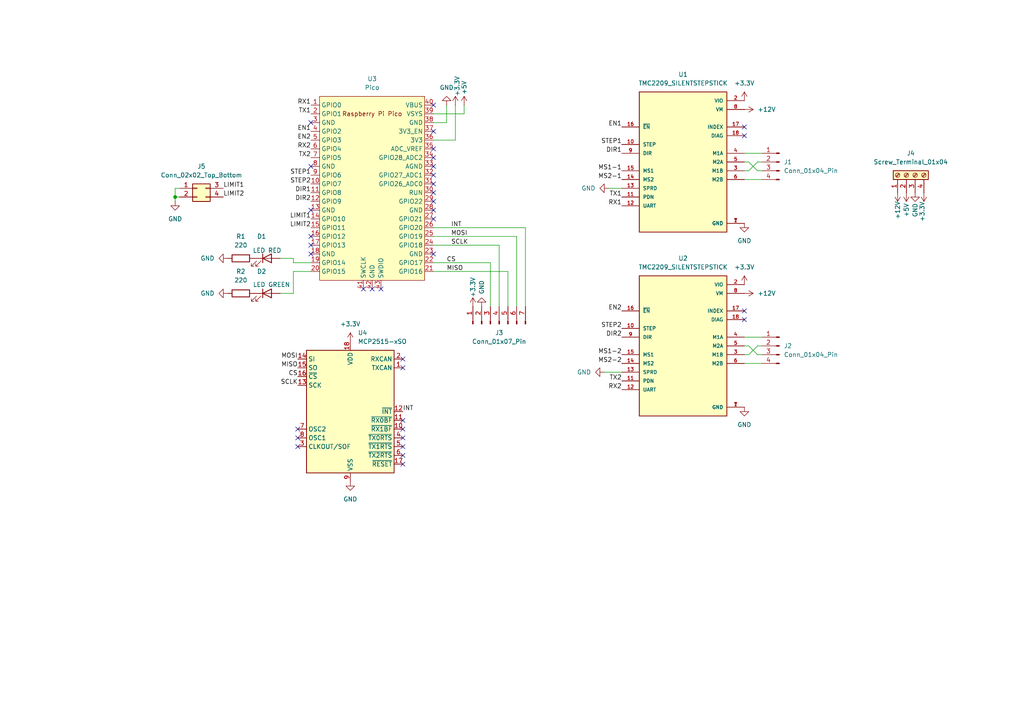
<source format=kicad_sch>
(kicad_sch (version 20231120) (generator "eeschema") (generator_version "8.0")
  (paper "A4")
  (title_block (title "Motor Driver Breakout v2") (date "2024-09-10") (rev "v0.2") (comment 1 "(Produced)") (comment 3 "Technology: THT") (comment 4 "Author: AlexanderHD27"))
  (lib_symbols
    (symbol "Connector:Conn_01x04_Pin" (pin_names (offset 1.016) hide)
      (property "Reference" "J" (at 0 5.08 0))
      (property "Value" "Conn_01x04_Pin" (at 0 -7.62 0))
      (symbol "Conn_01x04_Pin_1_1"
        (polyline (pts (xy 1.27 -5.08) (xy 0.8636 -5.08)) (stroke (width 0.1524)))
        (polyline (pts (xy 1.27 -2.54) (xy 0.8636 -2.54)) (stroke (width 0.1524)))
        (polyline (pts (xy 1.27 0) (xy 0.8636 0)) (stroke (width 0.1524)))
        (polyline (pts (xy 1.27 2.54) (xy 0.8636 2.54)) (stroke (width 0.1524)))
        (rectangle (start 0.8636 -4.953) (end 0 -5.207) (stroke (width 0.1524)) (fill (type outline)))
        (rectangle (start 0.8636 -2.413) (end 0 -2.667) (stroke (width 0.1524)) (fill (type outline)))
        (rectangle (start 0.8636 0.127) (end 0 -0.127) (stroke (width 0.1524)) (fill (type outline)))
        (rectangle (start 0.8636 2.667) (end 0 2.413) (stroke (width 0.1524)) (fill (type outline)))
        (pin passive line (at 5.08 2.54 180) (length 3.81) (name "Pin_1") (number "1"))
        (pin passive line (at 5.08 0 180) (length 3.81) (name "Pin_2") (number "2"))
        (pin passive line (at 5.08 -2.54 180) (length 3.81) (name "Pin_3") (number "3"))
        (pin passive line (at 5.08 -5.08 180) (length 3.81) (name "Pin_4") (number "4"))
      )
    )
    (symbol "Connector:Conn_01x07_Pin" (pin_names (offset 1.016) hide)
      (property "Reference" "J" (at 0 10.16 0))
      (property "Value" "Conn_01x07_Pin" (at 0 -10.16 0))
      (symbol "Conn_01x07_Pin_1_1"
        (polyline (pts (xy 1.27 -7.62) (xy 0.8636 -7.62)) (stroke (width 0.1524)))
        (polyline (pts (xy 1.27 -5.08) (xy 0.8636 -5.08)) (stroke (width 0.1524)))
        (polyline (pts (xy 1.27 -2.54) (xy 0.8636 -2.54)) (stroke (width 0.1524)))
        (polyline (pts (xy 1.27 0) (xy 0.8636 0)) (stroke (width 0.1524)))
        (polyline (pts (xy 1.27 2.54) (xy 0.8636 2.54)) (stroke (width 0.1524)))
        (polyline (pts (xy 1.27 5.08) (xy 0.8636 5.08)) (stroke (width 0.1524)))
        (polyline (pts (xy 1.27 7.62) (xy 0.8636 7.62)) (stroke (width 0.1524)))
        (rectangle (start 0.8636 -7.493) (end 0 -7.747) (stroke (width 0.1524)) (fill (type outline)))
        (rectangle (start 0.8636 -4.953) (end 0 -5.207) (stroke (width 0.1524)) (fill (type outline)))
        (rectangle (start 0.8636 -2.413) (end 0 -2.667) (stroke (width 0.1524)) (fill (type outline)))
        (rectangle (start 0.8636 0.127) (end 0 -0.127) (stroke (width 0.1524)) (fill (type outline)))
        (rectangle (start 0.8636 2.667) (end 0 2.413) (stroke (width 0.1524)) (fill (type outline)))
        (rectangle (start 0.8636 5.207) (end 0 4.953) (stroke (width 0.1524)) (fill (type outline)))
        (rectangle (start 0.8636 7.747) (end 0 7.493) (stroke (width 0.1524)) (fill (type outline)))
        (pin passive line (at 5.08 7.62 180) (length 3.81) (name "Pin_1") (number "1"))
        (pin passive line (at 5.08 5.08 180) (length 3.81) (name "Pin_2") (number "2"))
        (pin passive line (at 5.08 2.54 180) (length 3.81) (name "Pin_3") (number "3"))
        (pin passive line (at 5.08 0 180) (length 3.81) (name "Pin_4") (number "4"))
        (pin passive line (at 5.08 -2.54 180) (length 3.81) (name "Pin_5") (number "5"))
        (pin passive line (at 5.08 -5.08 180) (length 3.81) (name "Pin_6") (number "6"))
        (pin passive line (at 5.08 -7.62 180) (length 3.81) (name "Pin_7") (number "7"))
      )
    )
    (symbol "Connector:Screw_Terminal_01x04" (pin_names (offset 1.016) hide)
      (property "Reference" "J" (at 0 5.08 0))
      (property "Value" "Screw_Terminal_01x04" (at 0 -7.62 0))
      (symbol "Screw_Terminal_01x04_1_1"
        (rectangle (start -1.27 3.81) (end 1.27 -6.35) (stroke (width 0.254)) (fill (type background)))
        (circle (center 0 -5.08) (radius 0.635) (stroke (width 0.1524)))
        (circle (center 0 -2.54) (radius 0.635) (stroke (width 0.1524)))
        (polyline (pts (xy -0.5334 -4.7498) (xy 0.3302 -5.588)) (stroke (width 0.1524)))
        (polyline (pts (xy -0.5334 -2.2098) (xy 0.3302 -3.048)) (stroke (width 0.1524)))
        (polyline (pts (xy -0.5334 0.3302) (xy 0.3302 -0.508)) (stroke (width 0.1524)))
        (polyline (pts (xy -0.5334 2.8702) (xy 0.3302 2.032)) (stroke (width 0.1524)))
        (polyline (pts (xy -0.3556 -4.572) (xy 0.508 -5.4102)) (stroke (width 0.1524)))
        (polyline (pts (xy -0.3556 -2.032) (xy 0.508 -2.8702)) (stroke (width 0.1524)))
        (polyline (pts (xy -0.3556 0.508) (xy 0.508 -0.3302)) (stroke (width 0.1524)))
        (polyline (pts (xy -0.3556 3.048) (xy 0.508 2.2098)) (stroke (width 0.1524)))
        (circle (center 0 0) (radius 0.635) (stroke (width 0.1524)))
        (circle (center 0 2.54) (radius 0.635) (stroke (width 0.1524)))
        (pin passive line (at -5.08 2.54 0) (length 3.81) (name "Pin_1") (number "1"))
        (pin passive line (at -5.08 0 0) (length 3.81) (name "Pin_2") (number "2"))
        (pin passive line (at -5.08 -2.54 0) (length 3.81) (name "Pin_3") (number "3"))
        (pin passive line (at -5.08 -5.08 0) (length 3.81) (name "Pin_4") (number "4"))
      )
    )
    (symbol "Connector_Generic:Conn_02x02_Top_Bottom" (pin_names (offset 1.016) hide)
      (property "Reference" "J" (at 1.27 2.54 0))
      (property "Value" "Conn_02x02_Top_Bottom" (at 1.27 -5.08 0))
      (symbol "Conn_02x02_Top_Bottom_1_1"
        (rectangle (start -1.27 -2.413) (end 0 -2.667) (stroke (width 0.1524)))
        (rectangle (start -1.27 0.127) (end 0 -0.127) (stroke (width 0.1524)))
        (rectangle (start -1.27 1.27) (end 3.81 -3.81) (stroke (width 0.254)) (fill (type background)))
        (rectangle (start 3.81 -2.413) (end 2.54 -2.667) (stroke (width 0.1524)))
        (rectangle (start 3.81 0.127) (end 2.54 -0.127) (stroke (width 0.1524)))
        (pin passive line (at -5.08 0 0) (length 3.81) (name "Pin_1") (number "1"))
        (pin passive line (at -5.08 -2.54 0) (length 3.81) (name "Pin_2") (number "2"))
        (pin passive line (at 7.62 0 180) (length 3.81) (name "Pin_3") (number "3"))
        (pin passive line (at 7.62 -2.54 180) (length 3.81) (name "Pin_4") (number "4"))
      )
    )
    (symbol "Device:LED" (pin_numbers hide) (pin_names (offset 1.016) hide)
      (property "Reference" "D" (at 0 2.54 0))
      (property "Value" "LED" (at 0 -2.54 0))
      (symbol "LED_0_1"
        (polyline (pts (xy -1.27 -1.27) (xy -1.27 1.27)) (stroke (width 0.254)))
        (polyline (pts (xy -1.27 0) (xy 1.27 0)))
        (polyline (pts (xy 1.27 -1.27) (xy 1.27 1.27) (xy -1.27 0) (xy 1.27 -1.27)) (stroke (width 0.254)))
        (polyline (pts (xy -3.048 -0.762) (xy -4.572 -2.286) (xy -3.81 -2.286) (xy -4.572 -2.286) (xy -4.572 -1.524)))
        (polyline (pts (xy -1.778 -0.762) (xy -3.302 -2.286) (xy -2.54 -2.286) (xy -3.302 -2.286) (xy -3.302 -1.524)))
      )
      (symbol "LED_1_1"
        (pin passive line (at -3.81 0 0) (length 2.54) (name "K") (number "1"))
        (pin passive line (at 3.81 0 180) (length 2.54) (name "A") (number "2"))
      )
    )
    (symbol "Device:R" (pin_numbers hide) (pin_names (offset 0))
      (property "Reference" "R" (at 2.032 0 90))
      (property "Value" "R" (at 0 0 90))
      (symbol "R_0_1"
        (rectangle (start -1.016 -2.54) (end 1.016 2.54) (stroke (width 0.254)))
      )
      (symbol "R_1_1"
        (pin passive line (at 0 3.81 270) (length 1.27) (name "~") (number "1"))
        (pin passive line (at 0 -3.81 90) (length 1.27) (name "~") (number "2"))
      )
    )
    (symbol "Interface_CAN_LIN:MCP2515-xSO"
      (property "Reference" "U" (at -10.16 19.685 0))
      (property "Value" "MCP2515-xSO" (at 19.05 20.32 0))
      (symbol "MCP2515-xSO_0_1"
        (rectangle (start -12.7 17.78) (end 12.7 -17.78) (stroke (width 0.254)) (fill (type background)))
      )
      (symbol "MCP2515-xSO_1_1"
        (pin output line (at 15.24 12.7 180) (length 2.54) (name "TXCAN") (number "1"))
        (pin output line (at 15.24 -5.08 180) (length 2.54) (name "~{RX1BF}") (number "10"))
        (pin output line (at 15.24 -2.54 180) (length 2.54) (name "~{RX0BF}") (number "11"))
        (pin output line (at 15.24 0 180) (length 2.54) (name "~{INT}") (number "12"))
        (pin input line (at -15.24 7.62 0) (length 2.54) (name "SCK") (number "13"))
        (pin input line (at -15.24 15.24 0) (length 2.54) (name "SI") (number "14"))
        (pin output line (at -15.24 12.7 0) (length 2.54) (name "SO") (number "15"))
        (pin input line (at -15.24 10.16 0) (length 2.54) (name "~{CS}") (number "16"))
        (pin input line (at 15.24 -15.24 180) (length 2.54) (name "~{RESET}") (number "17"))
        (pin power_in line (at 0 20.32 270) (length 2.54) (name "VDD") (number "18"))
        (pin input line (at 15.24 15.24 180) (length 2.54) (name "RXCAN") (number "2"))
        (pin output line (at -15.24 -10.16 0) (length 2.54) (name "CLKOUT/SOF") (number "3"))
        (pin input line (at 15.24 -7.62 180) (length 2.54) (name "~{TX0RTS}") (number "4"))
        (pin input line (at 15.24 -10.16 180) (length 2.54) (name "~{TX1RTS}") (number "5"))
        (pin input line (at 15.24 -12.7 180) (length 2.54) (name "~{TX2RTS}") (number "6"))
        (pin output line (at -15.24 -5.08 0) (length 2.54) (name "OSC2") (number "7"))
        (pin input line (at -15.24 -7.62 0) (length 2.54) (name "OSC1") (number "8"))
        (pin power_in line (at 0 -20.32 90) (length 2.54) (name "VSS") (number "9"))
      )
    )
    (symbol "MCU_RaspberryPi_and_Boards:Pico"
      (property "Reference" "U" (at -13.97 27.94 0))
      (property "Value" "Pico" (at 0 19.05 0))
      (symbol "Pico_0_0"
        (text "Raspberry Pi Pico" (at 0 21.59 0) (effects (font (size 1.27 1.27))))
      )
      (symbol "Pico_0_1"
        (rectangle (start -15.24 26.67) (end 15.24 -26.67) (fill (type background)))
      )
      (symbol "Pico_1_1"
        (pin bidirectional line (at -17.78 24.13 0) (length 2.54) (name "GPIO0") (number "1"))
        (pin bidirectional line (at -17.78 1.27 0) (length 2.54) (name "GPIO7") (number "10"))
        (pin bidirectional line (at -17.78 -1.27 0) (length 2.54) (name "GPIO8") (number "11"))
        (pin bidirectional line (at -17.78 -3.81 0) (length 2.54) (name "GPIO9") (number "12"))
        (pin power_in line (at -17.78 -6.35 0) (length 2.54) (name "GND") (number "13"))
        (pin bidirectional line (at -17.78 -8.89 0) (length 2.54) (name "GPIO10") (number "14"))
        (pin bidirectional line (at -17.78 -11.43 0) (length 2.54) (name "GPIO11") (number "15"))
        (pin bidirectional line (at -17.78 -13.97 0) (length 2.54) (name "GPIO12") (number "16"))
        (pin bidirectional line (at -17.78 -16.51 0) (length 2.54) (name "GPIO13") (number "17"))
        (pin power_in line (at -17.78 -19.05 0) (length 2.54) (name "GND") (number "18"))
        (pin bidirectional line (at -17.78 -21.59 0) (length 2.54) (name "GPIO14") (number "19"))
        (pin bidirectional line (at -17.78 21.59 0) (length 2.54) (name "GPIO1") (number "2"))
        (pin bidirectional line (at -17.78 -24.13 0) (length 2.54) (name "GPIO15") (number "20"))
        (pin bidirectional line (at 17.78 -24.13 180) (length 2.54) (name "GPIO16") (number "21"))
        (pin bidirectional line (at 17.78 -21.59 180) (length 2.54) (name "GPIO17") (number "22"))
        (pin power_in line (at 17.78 -19.05 180) (length 2.54) (name "GND") (number "23"))
        (pin bidirectional line (at 17.78 -16.51 180) (length 2.54) (name "GPIO18") (number "24"))
        (pin bidirectional line (at 17.78 -13.97 180) (length 2.54) (name "GPIO19") (number "25"))
        (pin bidirectional line (at 17.78 -11.43 180) (length 2.54) (name "GPIO20") (number "26"))
        (pin bidirectional line (at 17.78 -8.89 180) (length 2.54) (name "GPIO21") (number "27"))
        (pin power_in line (at 17.78 -6.35 180) (length 2.54) (name "GND") (number "28"))
        (pin bidirectional line (at 17.78 -3.81 180) (length 2.54) (name "GPIO22") (number "29"))
        (pin power_in line (at -17.78 19.05 0) (length 2.54) (name "GND") (number "3"))
        (pin input line (at 17.78 -1.27 180) (length 2.54) (name "RUN") (number "30"))
        (pin bidirectional line (at 17.78 1.27 180) (length 2.54) (name "GPIO26_ADC0") (number "31"))
        (pin bidirectional line (at 17.78 3.81 180) (length 2.54) (name "GPIO27_ADC1") (number "32"))
        (pin power_in line (at 17.78 6.35 180) (length 2.54) (name "AGND") (number "33"))
        (pin bidirectional line (at 17.78 8.89 180) (length 2.54) (name "GPIO28_ADC2") (number "34"))
        (pin power_in line (at 17.78 11.43 180) (length 2.54) (name "ADC_VREF") (number "35"))
        (pin power_in line (at 17.78 13.97 180) (length 2.54) (name "3V3") (number "36"))
        (pin input line (at 17.78 16.51 180) (length 2.54) (name "3V3_EN") (number "37"))
        (pin bidirectional line (at 17.78 19.05 180) (length 2.54) (name "GND") (number "38"))
        (pin power_in line (at 17.78 21.59 180) (length 2.54) (name "VSYS") (number "39"))
        (pin bidirectional line (at -17.78 16.51 0) (length 2.54) (name "GPIO2") (number "4"))
        (pin power_in line (at 17.78 24.13 180) (length 2.54) (name "VBUS") (number "40"))
        (pin input line (at -2.54 -29.21 90) (length 2.54) (name "SWCLK") (number "41"))
        (pin power_in line (at 0 -29.21 90) (length 2.54) (name "GND") (number "42"))
        (pin bidirectional line (at 2.54 -29.21 90) (length 2.54) (name "SWDIO") (number "43"))
        (pin bidirectional line (at -17.78 13.97 0) (length 2.54) (name "GPIO3") (number "5"))
        (pin bidirectional line (at -17.78 11.43 0) (length 2.54) (name "GPIO4") (number "6"))
        (pin bidirectional line (at -17.78 8.89 0) (length 2.54) (name "GPIO5") (number "7"))
        (pin power_in line (at -17.78 6.35 0) (length 2.54) (name "GND") (number "8"))
        (pin bidirectional line (at -17.78 3.81 0) (length 2.54) (name "GPIO6") (number "9"))
      )
    )
    (symbol "TMC2209_SILENTSTEPSTICK:TMC2209_SILENTSTEPSTICK" (pin_names (offset 1.016))
      (property "Reference" "U" (at -12.7 22.86 0))
      (property "Value" "TMC2209_SILENTSTEPSTICK" (at -12.7 -22.86 0))
      (symbol "TMC2209_SILENTSTEPSTICK_0_0"
        (rectangle (start -12.7 -20.32) (end 12.7 20.32) (stroke (width 0.254)) (fill (type background)))
        (pin power_in line (at 17.78 -17.78 180) (length 5.08) (name "GND") (number "1"))
        (pin input line (at -17.78 5.08 0) (length 5.08) (name "STEP") (number "10"))
        (pin bidirectional line (at -17.78 -10.16 0) (length 5.08) (name "PDN") (number "11"))
        (pin bidirectional line (at -17.78 -12.7 0) (length 5.08) (name "UART") (number "12"))
        (pin input line (at -17.78 -7.62 0) (length 5.08) (name "SPRD") (number "13"))
        (pin input line (at -17.78 -5.08 0) (length 5.08) (name "MS2") (number "14"))
        (pin input line (at -17.78 -2.54 0) (length 5.08) (name "MS1") (number "15"))
        (pin input line (at -17.78 10.16 0) (length 5.08) (name "~{EN}") (number "16"))
        (pin output line (at 17.78 10.16 180) (length 5.08) (name "INDEX") (number "17"))
        (pin output line (at 17.78 7.62 180) (length 5.08) (name "DIAG") (number "18"))
        (pin power_in line (at 17.78 17.78 180) (length 5.08) (name "VIO") (number "2"))
        (pin output line (at 17.78 -2.54 180) (length 5.08) (name "M1B") (number "3"))
        (pin output line (at 17.78 2.54 180) (length 5.08) (name "M1A") (number "4"))
        (pin output line (at 17.78 0 180) (length 5.08) (name "M2A") (number "5"))
        (pin output line (at 17.78 -5.08 180) (length 5.08) (name "M2B") (number "6"))
        (pin power_in line (at 17.78 -17.78 180) (length 5.08) (name "GND") (number "7"))
        (pin power_in line (at 17.78 15.24 180) (length 5.08) (name "VM") (number "8"))
        (pin input line (at -17.78 2.54 0) (length 5.08) (name "DIR") (number "9"))
      )
    )
    (symbol "power:+12V" (power) (pin_numbers hide) (pin_names (offset 0) hide)
      (property "Value" "+12V" (at 0 3.556 0))
      (symbol "+12V_0_1"
        (polyline (pts (xy -0.762 1.27) (xy 0 2.54)))
        (polyline (pts (xy 0 0) (xy 0 2.54)))
        (polyline (pts (xy 0 2.54) (xy 0.762 1.27)))
      )
      (symbol "+12V_1_1"
        (pin power_in line (at 0 0 90) (length 0) (name "~") (number "1"))
      )
    )
    (symbol "power:+3.3V" (power) (pin_numbers hide) (pin_names (offset 0) hide)
      (property "Value" "+3.3V" (at 0 3.556 0))
      (symbol "+3.3V_0_1"
        (polyline (pts (xy -0.762 1.27) (xy 0 2.54)))
        (polyline (pts (xy 0 0) (xy 0 2.54)))
        (polyline (pts (xy 0 2.54) (xy 0.762 1.27)))
      )
      (symbol "+3.3V_1_1"
        (pin power_in line (at 0 0 90) (length 0) (name "~") (number "1"))
      )
    )
    (symbol "power:+5V" (power) (pin_numbers hide) (pin_names (offset 0) hide)
      (property "Value" "+5V" (at 0 3.556 0))
      (symbol "+5V_0_1"
        (polyline (pts (xy -0.762 1.27) (xy 0 2.54)))
        (polyline (pts (xy 0 0) (xy 0 2.54)))
        (polyline (pts (xy 0 2.54) (xy 0.762 1.27)))
      )
      (symbol "+5V_1_1"
        (pin power_in line (at 0 0 90) (length 0) (name "~") (number "1"))
      )
    )
    (symbol "power:GND" (power) (pin_numbers hide) (pin_names (offset 0) hide)
      (property "Value" "GND" (at 0 -3.81 0))
      (symbol "GND_0_1"
        (polyline (pts (xy 0 0) (xy 0 -1.27) (xy 1.27 -1.27) (xy 0 -2.54) (xy -1.27 -1.27) (xy 0 -1.27)))
      )
      (symbol "GND_1_1"
        (pin power_in line (at 0 0 270) (length 0) (name "~") (number "1"))
      )
    )
  )
  (junction (at 50.8 57.15))
  (no_connect (at 116.84 121.92))
  (no_connect (at 116.84 134.62))
  (no_connect (at 125.73 58.42))
  (no_connect (at 116.84 129.54))
  (no_connect (at 215.9 39.37))
  (no_connect (at 125.73 50.8))
  (no_connect (at 90.17 68.58))
  (no_connect (at 125.73 55.88))
  (no_connect (at 110.49 83.82))
  (no_connect (at 125.73 63.5))
  (no_connect (at 105.41 83.82))
  (no_connect (at 125.73 43.18))
  (no_connect (at 90.17 71.12))
  (no_connect (at 116.84 127))
  (no_connect (at 116.84 104.14))
  (no_connect (at 90.17 48.26))
  (no_connect (at 215.9 90.17))
  (no_connect (at 86.36 124.46))
  (no_connect (at 86.36 129.54))
  (no_connect (at 90.17 60.96))
  (no_connect (at 125.73 48.26))
  (no_connect (at 107.95 83.82))
  (no_connect (at 125.73 73.66))
  (no_connect (at 215.9 36.83))
  (no_connect (at 125.73 38.1))
  (no_connect (at 116.84 106.68))
  (no_connect (at 215.9 92.71))
  (no_connect (at 116.84 132.08))
  (no_connect (at 125.73 30.48))
  (no_connect (at 86.36 127))
  (no_connect (at 125.73 60.96))
  (no_connect (at 90.17 35.56))
  (no_connect (at 125.73 45.72))
  (no_connect (at 116.84 124.46))
  (no_connect (at 125.73 53.34))
  (no_connect (at 90.17 73.66))
  (wire (pts (xy 219.71 46.99) (xy 220.98 46.99)))
  (wire (pts (xy 90.17 76.2) (xy 85.09 76.2)))
  (wire (pts (xy 85.09 85.09) (xy 85.09 78.74)))
  (wire (pts (xy 52.07 54.61) (xy 50.8 54.61)))
  (wire (pts (xy 215.9 52.07) (xy 220.98 52.07)))
  (wire (pts (xy 144.78 71.12) (xy 144.78 88.9)))
  (wire (pts (xy 217.17 49.53) (xy 219.71 46.99)))
  (wire (pts (xy 219.71 102.87) (xy 217.17 100.33)))
  (wire (pts (xy 132.08 40.64) (xy 125.73 40.64)))
  (wire (pts (xy 125.73 66.04) (xy 152.4 66.04)))
  (wire (pts (xy 152.4 88.9) (xy 152.4 66.04)))
  (wire (pts (xy 50.8 57.15) (xy 52.07 57.15)))
  (wire (pts (xy 215.9 100.33) (xy 217.17 100.33)))
  (wire (pts (xy 176.53 54.61) (xy 180.34 54.61)))
  (wire (pts (xy 50.8 54.61) (xy 50.8 57.15)))
  (wire (pts (xy 149.86 88.9) (xy 149.86 68.58)))
  (wire (pts (xy 129.54 35.56) (xy 125.73 35.56)))
  (wire (pts (xy 85.09 78.74) (xy 90.17 78.74)))
  (wire (pts (xy 220.98 49.53) (xy 219.71 49.53)))
  (wire (pts (xy 147.32 78.74) (xy 147.32 88.9)))
  (wire (pts (xy 219.71 100.33) (xy 220.98 100.33)))
  (wire (pts (xy 81.28 85.09) (xy 85.09 85.09)))
  (wire (pts (xy 217.17 102.87) (xy 219.71 100.33)))
  (wire (pts (xy 132.08 30.48) (xy 132.08 40.64)))
  (wire (pts (xy 215.9 97.79) (xy 220.98 97.79)))
  (wire (pts (xy 125.73 78.74) (xy 147.32 78.74)))
  (wire (pts (xy 175.26 107.95) (xy 180.34 107.95)))
  (wire (pts (xy 215.9 49.53) (xy 217.17 49.53)))
  (wire (pts (xy 125.73 33.02) (xy 134.62 33.02)))
  (wire (pts (xy 134.62 30.48) (xy 134.62 33.02)))
  (wire (pts (xy 50.8 57.15) (xy 50.8 58.42)))
  (wire (pts (xy 125.73 71.12) (xy 144.78 71.12)))
  (wire (pts (xy 129.54 30.48) (xy 129.54 35.56)))
  (wire (pts (xy 215.9 46.99) (xy 217.17 46.99)))
  (wire (pts (xy 219.71 102.87) (xy 220.98 102.87)))
  (wire (pts (xy 215.9 105.41) (xy 220.98 105.41)))
  (wire (pts (xy 142.24 76.2) (xy 142.24 88.9)))
  (wire (pts (xy 81.28 74.93) (xy 85.09 74.93)))
  (wire (pts (xy 215.9 44.45) (xy 220.98 44.45)))
  (wire (pts (xy 125.73 68.58) (xy 149.86 68.58)))
  (wire (pts (xy 219.71 49.53) (xy 217.17 46.99)))
  (wire (pts (xy 125.73 76.2) (xy 142.24 76.2)))
  (wire (pts (xy 215.9 102.87) (xy 217.17 102.87)))
  (wire (pts (xy 85.09 76.2) (xy 85.09 74.93)))
  (label "STEP1" (at 90.17 50.8 180))
  (label "STEP2" (at 180.34 95.25 180))
  (label "EN2" (at 90.17 40.64 180))
  (label "DIR2" (at 90.17 58.42 180))
  (label "LIMIT1" (at 90.17 63.5 180))
  (label "STEP1" (at 180.34 41.91 180))
  (label "MISO" (at 86.36 106.68 180))
  (label "RX2" (at 180.34 113.03 180))
  (label "TX1" (at 180.34 57.15 180))
  (label "LIMIT2" (at 64.77 57.15 0))
  (label "MOSI" (at 130.81 68.58 0))
  (label "EN2" (at 180.34 90.17 180))
  (label "MS1-2" (at 180.34 102.87 180))
  (label "TX1" (at 90.17 33.02 180))
  (label "RX1" (at 180.34 59.69 180))
  (label "MS2-1" (at 180.34 52.07 180))
  (label "MS1-1" (at 180.34 49.53 180))
  (label "TX2" (at 180.34 110.49 180))
  (label "STEP2" (at 90.17 53.34 180))
  (label "LIMIT2" (at 90.17 66.04 180))
  (label "RX1" (at 90.17 30.48 180))
  (label "SCLK" (at 86.36 111.76 180))
  (label "INT" (at 130.81 66.04 0))
  (label "EN1" (at 180.34 36.83 180))
  (label "RX2" (at 90.17 43.18 180))
  (label "DIR1" (at 90.17 55.88 180))
  (label "SCLK" (at 130.81 71.12 0))
  (label "TX2" (at 90.17 45.72 180))
  (label "EN1" (at 90.17 38.1 180))
  (label "MS2-2" (at 180.34 105.41 180))
  (label "INT" (at 116.84 119.38 0))
  (label "DIR1" (at 180.34 44.45 180))
  (label "CS" (at 129.54 76.2 0))
  (label "MISO" (at 129.54 78.74 0))
  (label "MOSI" (at 86.36 104.14 180))
  (label "LIMIT1" (at 64.77 54.61 0))
  (label "DIR2" (at 180.34 97.79 180))
  (label "CS" (at 86.36 109.22 180))
  (symbol (lib_id "power:GND") (at 129.54 30.48 180) (unit 1)
    (property "Reference" "#PWR08" (effects (hide yes)))
    (property "Value" "GND" (at 129.54 25.4 0))
    (property "Description" "Power symbol creates a global label with name \"GND\" , ground" (effects (hide yes)))
  )
  (symbol (lib_id "power:+3.3V") (at 132.08 30.48 0) (unit 1)
    (property "Reference" "#PWR03" (effects (hide yes)))
    (property "Value" "+3.3V" (at 132.588 27.94 90) (effects (justify left)))
    (property "Description" "Power symbol creates a global label with name \"+3.3V\"" (effects (hide yes)))
  )
  (symbol (lib_id "Interface_CAN_LIN:MCP2515-xSO") (at 101.6 119.38 0) (unit 1)
    (property "Reference" "U4" (at 103.7941 96.52 0) (effects (justify left)))
    (property "Value" "MCP2515-xSO" (at 103.7941 99.06 0) (effects (justify left)))
    (property "Footprint" "Package_SO:SOIC-18W_7.5x11.6mm_P1.27mm" (effects (hide yes)))
    (property "Datasheet" "http://ww1.microchip.com/downloads/en/DeviceDoc/21801e.pdf" (effects (hide yes)))
    (property "Description" "Stand-Alone CAN Controller with SPI Interface, SOIC-18" (effects (hide yes)))
  )
  (symbol (lib_id "power:+12V") (at 215.9 85.09 270) (unit 1)
    (property "Reference" "#PWR07" (effects (hide yes)))
    (property "Value" "+12V" (at 219.71 85.0899 90) (effects (justify left)))
    (property "Description" "Power symbol creates a global label with name \"+12V\"" (effects (hide yes)))
  )
  (symbol (lib_id "power:GND") (at 66.04 85.09 270) (unit 1)
    (property "Reference" "#PWR015" (effects (hide yes)))
    (property "Value" "GND" (at 62.23 85.0899 90) (effects (justify right)))
    (property "Description" "Power symbol creates a global label with name \"GND\" , ground" (effects (hide yes)))
  )
  (symbol (lib_id "power:GND") (at 176.53 54.61 270) (unit 1)
    (property "Reference" "#PWR011" (effects (hide yes)))
    (property "Value" "GND" (at 172.72 54.6099 90) (effects (justify right)))
    (property "Description" "Power symbol creates a global label with name \"GND\" , ground" (effects (hide yes)))
  )
  (symbol (lib_id "power:+12V") (at 260.35 55.88 180) (unit 1)
    (property "Reference" "#PWR016" (effects (hide yes)))
    (property "Value" "+12V" (at 260.35 60.96 90))
    (property "Description" "Power symbol creates a global label with name \"+12V\"" (effects (hide yes)))
  )
  (symbol (lib_id "Connector_Generic:Conn_02x02_Top_Bottom") (at 57.15 54.61 0) (unit 1)
    (property "Reference" "J5" (at 58.42 48.26 0))
    (property "Value" "Conn_02x02_Top_Bottom" (at 58.42 50.8 0))
    (property "Description" "Generic connector, double row, 02x02, top/bottom pin numbering scheme (row 1: 1...pins_per_row, row2: pins_per_row+1 ... num_pins), script generated (kicad-library-utils/schlib/autogen/connector/)" (effects (hide yes)))
  )
  (symbol (lib_id "power:GND") (at 50.8 58.42 0) (unit 1)
    (property "Reference" "#PWR022" (effects (hide yes)))
    (property "Value" "GND" (at 50.8 63.5 0))
    (property "Description" "Power symbol creates a global label with name \"GND\" , ground" (effects (hide yes)))
  )
  (symbol (lib_id "power:+5V") (at 134.62 30.48 0) (unit 1)
    (property "Reference" "#PWR019" (effects (hide yes)))
    (property "Value" "+5V" (at 134.62 25.4 90))
    (property "Description" "Power symbol creates a global label with name \"+5V\"" (effects (hide yes)))
  )
  (symbol (lib_id "power:GND") (at 215.9 64.77 0) (unit 1)
    (property "Reference" "#PWR02" (effects (hide yes)))
    (property "Value" "GND" (at 215.9 69.85 0))
    (property "Description" "Power symbol creates a global label with name \"GND\" , ground" (effects (hide yes)))
  )
  (symbol (lib_id "Device:LED") (at 77.47 74.93 0) (unit 1)
    (property "Reference" "D1" (at 75.8825 68.58 0))
    (property "Value" "LED RED" (at 77.47 72.644 0))
    (property "Description" "Light emitting diode" (effects (hide yes)))
  )
  (symbol (lib_id "TMC2209_SILENTSTEPSTICK:TMC2209_SILENTSTEPSTICK") (at 198.12 100.33 0) (unit 1)
    (property "Reference" "U2" (at 198.12 74.93 0))
    (property "Value" "TMC2209_SILENTSTEPSTICK" (at 198.12 77.47 0))
    (property "Footprint" "TMC2209_SILENTSTEPSTICK:MODULE_TMC2209_SILENTSTEPSTICK" (effects (hide yes)))
    (property "MF" "Trinamic Motion Control GmbH" (effects (hide yes)))
    (property "Description_1" "\nTMC2209 Motor Controller/Driver Power Management Evaluation Board\n" (effects (hide yes)))
    (property "Package" "None" (effects (hide yes)))
    (property "Price" "None" (effects (hide yes)))
    (property "Check_prices" "https://www.snapeda.com/parts/TMC2209%20SILENTSTEPSTICK/Trinamic+Motion+Control+GmbH/view-part/?ref=eda" (effects (hide yes)))
    (property "STANDARD" "Manufacturer Recommendations" (effects (hide yes)))
    (property "PARTREV" "1.20" (effects (hide yes)))
    (property "SnapEDA_Link" "https://www.snapeda.com/parts/TMC2209%20SILENTSTEPSTICK/Trinamic+Motion+Control+GmbH/view-part/?ref=snap" (effects (hide yes)))
    (property "MP" "TMC2209 SILENTSTEPSTICK" (effects (hide yes)))
    (property "MANUFACTURER" "Trinamic Motion Control GmbH" (effects (hide yes)))
    (property "Availability" "In Stock" (effects (hide yes)))
    (property "SNAPEDA_PN" "TMC2209 SILENTSTEPSTICK" (effects (hide yes)))
  )
  (symbol (lib_id "Connector:Conn_01x07_Pin") (at 144.78 93.98 90) (unit 1)
    (property "Reference" "J3" (at 144.78 96.52 90))
    (property "Value" "Conn_01x07_Pin" (at 144.78 99.06 90))
    (property "Description" "Generic connector, single row, 01x07, script generated" (effects (hide yes)))
  )
  (symbol (lib_id "power:+12V") (at 215.9 31.75 270) (unit 1)
    (property "Reference" "#PWR06" (effects (hide yes)))
    (property "Value" "+12V" (at 219.71 31.7499 90) (effects (justify left)))
    (property "Description" "Power symbol creates a global label with name \"+12V\"" (effects (hide yes)))
  )
  (symbol (lib_id "power:GND") (at 265.43 55.88 0) (unit 1)
    (property "Reference" "#PWR017" (effects (hide yes)))
    (property "Value" "GND" (at 265.43 60.96 90))
    (property "Description" "Power symbol creates a global label with name \"GND\" , ground" (effects (hide yes)))
  )
  (symbol (lib_id "power:GND") (at 215.9 118.11 0) (unit 1)
    (property "Reference" "#PWR01" (effects (hide yes)))
    (property "Value" "GND" (at 215.9 123.19 0))
    (property "Description" "Power symbol creates a global label with name \"GND\" , ground" (effects (hide yes)))
  )
  (symbol (lib_id "power:GND") (at 101.6 139.7 0) (unit 1)
    (property "Reference" "#PWR012" (effects (hide yes)))
    (property "Value" "GND" (at 101.6 144.78 0))
    (property "Description" "Power symbol creates a global label with name \"GND\" , ground" (effects (hide yes)))
  )
  (symbol (lib_id "power:GND") (at 139.7 88.9 180) (unit 1)
    (property "Reference" "#PWR021" (effects (hide yes)))
    (property "Value" "GND" (at 139.7 83.312 90))
    (property "Description" "Power symbol creates a global label with name \"GND\" , ground" (effects (hide yes)))
  )
  (symbol (lib_id "TMC2209_SILENTSTEPSTICK:TMC2209_SILENTSTEPSTICK") (at 198.12 46.99 0) (unit 1)
    (property "Reference" "U1" (at 198.12 21.59 0))
    (property "Value" "TMC2209_SILENTSTEPSTICK" (at 198.12 24.13 0))
    (property "Footprint" "TMC2209_SILENTSTEPSTICK:MODULE_TMC2209_SILENTSTEPSTICK" (effects (hide yes)))
    (property "MF" "Trinamic Motion Control GmbH" (effects (hide yes)))
    (property "Description_1" "\nTMC2209 Motor Controller/Driver Power Management Evaluation Board\n" (effects (hide yes)))
    (property "Package" "None" (effects (hide yes)))
    (property "Price" "None" (effects (hide yes)))
    (property "Check_prices" "https://www.snapeda.com/parts/TMC2209%20SILENTSTEPSTICK/Trinamic+Motion+Control+GmbH/view-part/?ref=eda" (effects (hide yes)))
    (property "STANDARD" "Manufacturer Recommendations" (effects (hide yes)))
    (property "PARTREV" "1.20" (effects (hide yes)))
    (property "SnapEDA_Link" "https://www.snapeda.com/parts/TMC2209%20SILENTSTEPSTICK/Trinamic+Motion+Control+GmbH/view-part/?ref=snap" (effects (hide yes)))
    (property "MP" "TMC2209 SILENTSTEPSTICK" (effects (hide yes)))
    (property "MANUFACTURER" "Trinamic Motion Control GmbH" (effects (hide yes)))
    (property "Availability" "In Stock" (effects (hide yes)))
    (property "SNAPEDA_PN" "TMC2209 SILENTSTEPSTICK" (effects (hide yes)))
  )
  (symbol (lib_id "power:+3.3V") (at 267.97 55.88 180) (unit 1)
    (property "Reference" "#PWR020" (effects (hide yes)))
    (property "Value" "+3.3V" (at 267.462 58.42 90) (effects (justify left)))
    (property "Description" "Power symbol creates a global label with name \"+3.3V\"" (effects (hide yes)))
  )
  (symbol (lib_id "power:+3.3V") (at 137.16 88.9 0) (unit 1)
    (property "Reference" "#PWR09" (effects (hide yes)))
    (property "Value" "+3.3V" (at 137.16 83.312 90))
    (property "Description" "Power symbol creates a global label with name \"+3.3V\"" (effects (hide yes)))
  )
  (symbol (lib_id "Device:R") (at 69.85 85.09 90) (unit 1)
    (property "Reference" "R2" (at 69.85 78.74 90))
    (property "Value" "220" (at 69.85 81.28 90))
    (property "Description" "Resistor" (effects (hide yes)))
  )
  (symbol (lib_id "Device:LED") (at 77.47 85.09 0) (unit 1)
    (property "Reference" "D2" (at 75.8825 78.74 0))
    (property "Value" "LED GREEN" (at 78.74 82.55 0))
    (property "Description" "Light emitting diode" (effects (hide yes)))
  )
  (symbol (lib_id "power:+3.3V") (at 215.9 82.55 0) (unit 1)
    (property "Reference" "#PWR05" (effects (hide yes)))
    (property "Value" "+3.3V" (at 215.9 77.47 0))
    (property "Description" "Power symbol creates a global label with name \"+3.3V\"" (effects (hide yes)))
  )
  (symbol (lib_id "Connector:Conn_01x04_Pin") (at 226.06 46.99 0) (mirror y) (unit 1)
    (property "Reference" "J1" (at 227.33 46.9899 0) (effects (justify right)))
    (property "Value" "Conn_01x04_Pin" (at 227.33 49.5299 0) (effects (justify right)))
    (property "Description" "Generic connector, single row, 01x04, script generated" (effects (hide yes)))
  )
  (symbol (lib_id "Device:R") (at 69.85 74.93 90) (unit 1)
    (property "Reference" "R1" (at 69.85 68.58 90))
    (property "Value" "220" (at 69.85 71.12 90))
    (property "Description" "Resistor" (effects (hide yes)))
  )
  (symbol (lib_id "Connector:Conn_01x04_Pin") (at 226.06 100.33 0) (mirror y) (unit 1)
    (property "Reference" "J2" (at 227.33 100.3299 0) (effects (justify right)))
    (property "Value" "Conn_01x04_Pin" (at 227.33 102.8699 0) (effects (justify right)))
    (property "Description" "Generic connector, single row, 01x04, script generated" (effects (hide yes)))
  )
  (symbol (lib_id "Connector:Screw_Terminal_01x04") (at 262.89 50.8 90) (unit 1)
    (property "Reference" "J4" (at 264.16 44.45 90))
    (property "Value" "Screw_Terminal_01x04" (at 264.16 46.99 90))
    (property "Description" "Generic screw terminal, single row, 01x04, script generated (kicad-library-utils/schlib/autogen/connector/)" (effects (hide yes)))
  )
  (symbol (lib_id "power:+3.3V") (at 101.6 99.06 0) (unit 1)
    (property "Reference" "#PWR013" (effects (hide yes)))
    (property "Value" "+3.3V" (at 101.6 93.98 0))
    (property "Description" "Power symbol creates a global label with name \"+3.3V\"" (effects (hide yes)))
  )
  (symbol (lib_id "power:+3.3V") (at 215.9 29.21 0) (unit 1)
    (property "Reference" "#PWR04" (effects (hide yes)))
    (property "Value" "+3.3V" (at 215.9 24.13 0))
    (property "Description" "Power symbol creates a global label with name \"+3.3V\"" (effects (hide yes)))
  )
  (symbol (lib_id "power:GND") (at 66.04 74.93 270) (unit 1)
    (property "Reference" "#PWR014" (effects (hide yes)))
    (property "Value" "GND" (at 62.23 74.9299 90) (effects (justify right)))
    (property "Description" "Power symbol creates a global label with name \"GND\" , ground" (effects (hide yes)))
  )
  (symbol (lib_id "power:GND") (at 175.26 107.95 270) (unit 1)
    (property "Reference" "#PWR010" (effects (hide yes)))
    (property "Value" "GND" (at 171.45 107.95 90) (effects (justify right)))
    (property "Description" "Power symbol creates a global label with name \"GND\" , ground" (effects (hide yes)))
  )
  (symbol (lib_id "power:+5V") (at 262.89 55.88 180) (unit 1)
    (property "Reference" "#PWR018" (effects (hide yes)))
    (property "Value" "+5V" (at 262.89 60.96 90))
    (property "Description" "Power symbol creates a global label with name \"+5V\"" (effects (hide yes)))
  )
  (symbol (lib_id "MCU_RaspberryPi_and_Boards:Pico") (at 107.95 54.61 0) (unit 1)
    (property "Reference" "U3" (at 107.95 22.86 0))
    (property "Value" "Pico" (at 107.95 25.4 0))
    (property "Footprint" "RPi_Pico:RPi_Pico_SMD_TH" (effects (hide yes)))
  )
)
</source>
